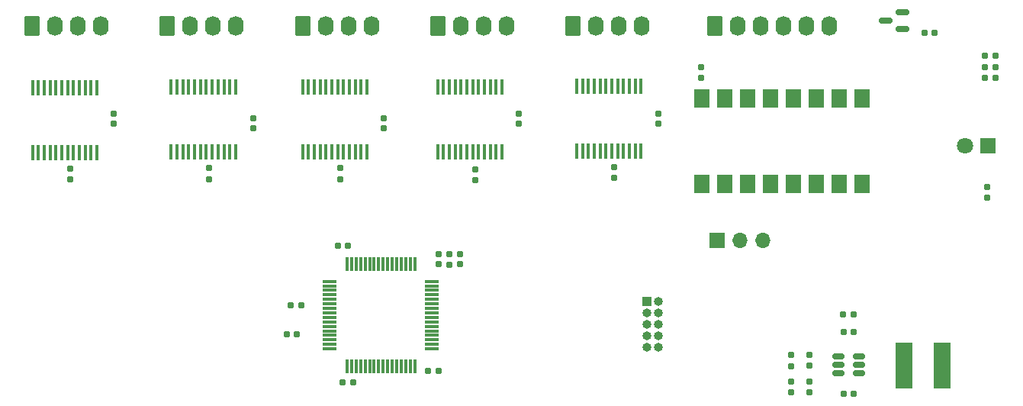
<source format=gbr>
%TF.GenerationSoftware,KiCad,Pcbnew,(5.99.0-8593-g9f18fee124)*%
%TF.CreationDate,2021-02-26T16:48:12-06:00*%
%TF.ProjectId,EE223_Design,45453232-335f-4446-9573-69676e2e6b69,rev?*%
%TF.SameCoordinates,Original*%
%TF.FileFunction,Soldermask,Top*%
%TF.FilePolarity,Negative*%
%FSLAX46Y46*%
G04 Gerber Fmt 4.6, Leading zero omitted, Abs format (unit mm)*
G04 Created by KiCad (PCBNEW (5.99.0-8593-g9f18fee124)) date 2021-02-26 16:48:12*
%MOMM*%
%LPD*%
G01*
G04 APERTURE LIST*
G04 Aperture macros list*
%AMRoundRect*
0 Rectangle with rounded corners*
0 $1 Rounding radius*
0 $2 $3 $4 $5 $6 $7 $8 $9 X,Y pos of 4 corners*
0 Add a 4 corners polygon primitive as box body*
4,1,4,$2,$3,$4,$5,$6,$7,$8,$9,$2,$3,0*
0 Add four circle primitives for the rounded corners*
1,1,$1+$1,$2,$3*
1,1,$1+$1,$4,$5*
1,1,$1+$1,$6,$7*
1,1,$1+$1,$8,$9*
0 Add four rect primitives between the rounded corners*
20,1,$1+$1,$2,$3,$4,$5,0*
20,1,$1+$1,$4,$5,$6,$7,0*
20,1,$1+$1,$6,$7,$8,$9,0*
20,1,$1+$1,$8,$9,$2,$3,0*%
G04 Aperture macros list end*
%ADD10RoundRect,0.250000X-0.620000X-0.845000X0.620000X-0.845000X0.620000X0.845000X-0.620000X0.845000X0*%
%ADD11O,1.740000X2.190000*%
%ADD12RoundRect,0.155000X0.155000X-0.212500X0.155000X0.212500X-0.155000X0.212500X-0.155000X-0.212500X0*%
%ADD13RoundRect,0.150000X0.587500X0.150000X-0.587500X0.150000X-0.587500X-0.150000X0.587500X-0.150000X0*%
%ADD14RoundRect,0.160000X0.160000X-0.197500X0.160000X0.197500X-0.160000X0.197500X-0.160000X-0.197500X0*%
%ADD15RoundRect,0.155000X-0.155000X0.212500X-0.155000X-0.212500X0.155000X-0.212500X0.155000X0.212500X0*%
%ADD16RoundRect,0.155000X-0.212500X-0.155000X0.212500X-0.155000X0.212500X0.155000X-0.212500X0.155000X0*%
%ADD17RoundRect,0.160000X-0.197500X-0.160000X0.197500X-0.160000X0.197500X0.160000X-0.197500X0.160000X0*%
%ADD18RoundRect,0.155000X0.212500X0.155000X-0.212500X0.155000X-0.212500X-0.155000X0.212500X-0.155000X0*%
%ADD19R,1.780000X2.000000*%
%ADD20R,0.450000X1.750000*%
%ADD21RoundRect,0.150000X0.512500X0.150000X-0.512500X0.150000X-0.512500X-0.150000X0.512500X-0.150000X0*%
%ADD22R,1.000000X1.000000*%
%ADD23O,1.000000X1.000000*%
%ADD24RoundRect,0.160000X0.197500X0.160000X-0.197500X0.160000X-0.197500X-0.160000X0.197500X-0.160000X0*%
%ADD25R,1.700000X1.700000*%
%ADD26O,1.700000X1.700000*%
%ADD27R,1.900000X5.100000*%
%ADD28RoundRect,0.075000X-0.700000X-0.075000X0.700000X-0.075000X0.700000X0.075000X-0.700000X0.075000X0*%
%ADD29RoundRect,0.075000X-0.075000X-0.700000X0.075000X-0.700000X0.075000X0.700000X-0.075000X0.700000X0*%
%ADD30R,1.800000X1.800000*%
%ADD31C,1.800000*%
%ADD32RoundRect,0.160000X-0.160000X0.197500X-0.160000X-0.197500X0.160000X-0.197500X0.160000X0.197500X0*%
G04 APERTURE END LIST*
D10*
%TO.C,J6*%
X70000000Y-41250000D03*
D11*
X72540000Y-41250000D03*
X75080000Y-41250000D03*
X77620000Y-41250000D03*
%TD*%
D12*
%TO.C,C8*%
X101300000Y-67700000D03*
X101300000Y-66565000D03*
%TD*%
D13*
%TO.C,Q1*%
X151600000Y-41600000D03*
X151600000Y-39700000D03*
X149725000Y-40650000D03*
%TD*%
D14*
%TO.C,R12*%
X89200000Y-58200000D03*
X89200000Y-57005000D03*
%TD*%
%TO.C,R6*%
X129250000Y-47000000D03*
X129250000Y-45805000D03*
%TD*%
D15*
%TO.C,C1*%
X141250000Y-80682500D03*
X141250000Y-81817500D03*
%TD*%
D16*
%TO.C,C10*%
X98932500Y-79500000D03*
X100067500Y-79500000D03*
%TD*%
D15*
%TO.C,C2*%
X139250000Y-80682500D03*
X139250000Y-81817500D03*
%TD*%
D17*
%TO.C,R13*%
X83702500Y-72200000D03*
X84897500Y-72200000D03*
%TD*%
D18*
%TO.C,C6*%
X146167500Y-75200000D03*
X145032500Y-75200000D03*
%TD*%
D17*
%TO.C,R5*%
X160750000Y-47000000D03*
X161945000Y-47000000D03*
%TD*%
D19*
%TO.C,U2*%
X147140000Y-49235000D03*
X144600000Y-49235000D03*
X142060000Y-49235000D03*
X139520000Y-49235000D03*
X136980000Y-49235000D03*
X134440000Y-49235000D03*
X131900000Y-49235000D03*
X129360000Y-49235000D03*
X129360000Y-58765000D03*
X131900000Y-58765000D03*
X134440000Y-58765000D03*
X136980000Y-58765000D03*
X139520000Y-58765000D03*
X142060000Y-58765000D03*
X144600000Y-58765000D03*
X147140000Y-58765000D03*
%TD*%
D14*
%TO.C,R7*%
X161000000Y-60250000D03*
X161000000Y-59055000D03*
%TD*%
%TO.C,R9*%
X59250000Y-58250000D03*
X59250000Y-57055000D03*
%TD*%
D12*
%TO.C,C7*%
X100100000Y-67667500D03*
X100100000Y-66532500D03*
%TD*%
D20*
%TO.C,U4*%
X107150000Y-48000000D03*
X106500000Y-48000000D03*
X105850000Y-48000000D03*
X105200000Y-48000000D03*
X104550000Y-48000000D03*
X103900000Y-48000000D03*
X103250000Y-48000000D03*
X102600000Y-48000000D03*
X101950000Y-48000000D03*
X101300000Y-48000000D03*
X100650000Y-48000000D03*
X100000000Y-48000000D03*
X100000000Y-55200000D03*
X100650000Y-55200000D03*
X101300000Y-55200000D03*
X101950000Y-55200000D03*
X102600000Y-55200000D03*
X103250000Y-55200000D03*
X103900000Y-55200000D03*
X104550000Y-55200000D03*
X105200000Y-55200000D03*
X105850000Y-55200000D03*
X106500000Y-55200000D03*
X107150000Y-55200000D03*
%TD*%
D12*
%TO.C,C18*%
X94000000Y-52567500D03*
X94000000Y-51432500D03*
%TD*%
D10*
%TO.C,J4*%
X55000000Y-41250000D03*
D11*
X57540000Y-41250000D03*
X60080000Y-41250000D03*
X62620000Y-41250000D03*
%TD*%
D16*
%TO.C,C13*%
X88932500Y-65600000D03*
X90067500Y-65600000D03*
%TD*%
D14*
%TO.C,R11*%
X74600000Y-58200000D03*
X74600000Y-57005000D03*
%TD*%
%TO.C,R10*%
X119600000Y-58100000D03*
X119600000Y-56905000D03*
%TD*%
D12*
%TO.C,C17*%
X79500000Y-52567500D03*
X79500000Y-51432500D03*
%TD*%
D10*
%TO.C,J5*%
X115000000Y-41250000D03*
D11*
X117540000Y-41250000D03*
X120080000Y-41250000D03*
X122620000Y-41250000D03*
%TD*%
D18*
%TO.C,C3*%
X155135000Y-42000000D03*
X154000000Y-42000000D03*
%TD*%
D20*
%TO.C,U7*%
X77575000Y-48000000D03*
X76925000Y-48000000D03*
X76275000Y-48000000D03*
X75625000Y-48000000D03*
X74975000Y-48000000D03*
X74325000Y-48000000D03*
X73675000Y-48000000D03*
X73025000Y-48000000D03*
X72375000Y-48000000D03*
X71725000Y-48000000D03*
X71075000Y-48000000D03*
X70425000Y-48000000D03*
X70425000Y-55200000D03*
X71075000Y-55200000D03*
X71725000Y-55200000D03*
X72375000Y-55200000D03*
X73025000Y-55200000D03*
X73675000Y-55200000D03*
X74325000Y-55200000D03*
X74975000Y-55200000D03*
X75625000Y-55200000D03*
X76275000Y-55200000D03*
X76925000Y-55200000D03*
X77575000Y-55200000D03*
%TD*%
D12*
%TO.C,C5*%
X141250000Y-78885000D03*
X141250000Y-77750000D03*
%TD*%
D21*
%TO.C,U1*%
X146737500Y-79750000D03*
X146737500Y-78800000D03*
X146737500Y-77850000D03*
X144462500Y-77850000D03*
X144462500Y-78800000D03*
X144462500Y-79750000D03*
%TD*%
D18*
%TO.C,C4*%
X146200000Y-82000000D03*
X145065000Y-82000000D03*
%TD*%
D20*
%TO.C,U8*%
X92150000Y-48000000D03*
X91500000Y-48000000D03*
X90850000Y-48000000D03*
X90200000Y-48000000D03*
X89550000Y-48000000D03*
X88900000Y-48000000D03*
X88250000Y-48000000D03*
X87600000Y-48000000D03*
X86950000Y-48000000D03*
X86300000Y-48000000D03*
X85650000Y-48000000D03*
X85000000Y-48000000D03*
X85000000Y-55200000D03*
X85650000Y-55200000D03*
X86300000Y-55200000D03*
X86950000Y-55200000D03*
X87600000Y-55200000D03*
X88250000Y-55200000D03*
X88900000Y-55200000D03*
X89550000Y-55200000D03*
X90200000Y-55200000D03*
X90850000Y-55200000D03*
X91500000Y-55200000D03*
X92150000Y-55200000D03*
%TD*%
D14*
%TO.C,R8*%
X104200000Y-58300000D03*
X104200000Y-57105000D03*
%TD*%
D22*
%TO.C,J1*%
X123250000Y-71750000D03*
D23*
X124520000Y-71750000D03*
X123250000Y-73020000D03*
X124520000Y-73020000D03*
X123250000Y-74290000D03*
X124520000Y-74290000D03*
X123250000Y-75560000D03*
X124520000Y-75560000D03*
X123250000Y-76830000D03*
X124520000Y-76830000D03*
%TD*%
D12*
%TO.C,C14*%
X109000000Y-52067500D03*
X109000000Y-50932500D03*
%TD*%
D10*
%TO.C,J3*%
X100000000Y-41250000D03*
D11*
X102540000Y-41250000D03*
X105080000Y-41250000D03*
X107620000Y-41250000D03*
%TD*%
D18*
%TO.C,C11*%
X90600000Y-80800000D03*
X89465000Y-80800000D03*
%TD*%
D20*
%TO.C,U5*%
X62175000Y-48100000D03*
X61525000Y-48100000D03*
X60875000Y-48100000D03*
X60225000Y-48100000D03*
X59575000Y-48100000D03*
X58925000Y-48100000D03*
X58275000Y-48100000D03*
X57625000Y-48100000D03*
X56975000Y-48100000D03*
X56325000Y-48100000D03*
X55675000Y-48100000D03*
X55025000Y-48100000D03*
X55025000Y-55300000D03*
X55675000Y-55300000D03*
X56325000Y-55300000D03*
X56975000Y-55300000D03*
X57625000Y-55300000D03*
X58275000Y-55300000D03*
X58925000Y-55300000D03*
X59575000Y-55300000D03*
X60225000Y-55300000D03*
X60875000Y-55300000D03*
X61525000Y-55300000D03*
X62175000Y-55300000D03*
%TD*%
D10*
%TO.C,J2*%
X130750000Y-41250000D03*
D11*
X133290000Y-41250000D03*
X135830000Y-41250000D03*
X138370000Y-41250000D03*
X140910000Y-41250000D03*
X143450000Y-41250000D03*
%TD*%
D20*
%TO.C,U6*%
X122575000Y-47900000D03*
X121925000Y-47900000D03*
X121275000Y-47900000D03*
X120625000Y-47900000D03*
X119975000Y-47900000D03*
X119325000Y-47900000D03*
X118675000Y-47900000D03*
X118025000Y-47900000D03*
X117375000Y-47900000D03*
X116725000Y-47900000D03*
X116075000Y-47900000D03*
X115425000Y-47900000D03*
X115425000Y-55100000D03*
X116075000Y-55100000D03*
X116725000Y-55100000D03*
X117375000Y-55100000D03*
X118025000Y-55100000D03*
X118675000Y-55100000D03*
X119325000Y-55100000D03*
X119975000Y-55100000D03*
X120625000Y-55100000D03*
X121275000Y-55100000D03*
X121925000Y-55100000D03*
X122575000Y-55100000D03*
%TD*%
D24*
%TO.C,R1*%
X146167500Y-73200000D03*
X144972500Y-73200000D03*
%TD*%
D17*
%TO.C,R4*%
X160750000Y-45750000D03*
X161945000Y-45750000D03*
%TD*%
D10*
%TO.C,J7*%
X85000000Y-41250000D03*
D11*
X87540000Y-41250000D03*
X90080000Y-41250000D03*
X92620000Y-41250000D03*
%TD*%
D25*
%TO.C,JP1*%
X131000000Y-65000000D03*
D26*
X133540000Y-65000000D03*
X136080000Y-65000000D03*
%TD*%
D17*
%TO.C,R3*%
X160750000Y-44500000D03*
X161945000Y-44500000D03*
%TD*%
D12*
%TO.C,C9*%
X102500000Y-67667500D03*
X102500000Y-66532500D03*
%TD*%
D27*
%TO.C,L1*%
X151750000Y-78900000D03*
X155950000Y-78900000D03*
%TD*%
D28*
%TO.C,U3*%
X88025000Y-69550000D03*
X88025000Y-70050000D03*
X88025000Y-70550000D03*
X88025000Y-71050000D03*
X88025000Y-71550000D03*
X88025000Y-72050000D03*
X88025000Y-72550000D03*
X88025000Y-73050000D03*
X88025000Y-73550000D03*
X88025000Y-74050000D03*
X88025000Y-74550000D03*
X88025000Y-75050000D03*
X88025000Y-75550000D03*
X88025000Y-76050000D03*
X88025000Y-76550000D03*
X88025000Y-77050000D03*
D29*
X89950000Y-78975000D03*
X90450000Y-78975000D03*
X90950000Y-78975000D03*
X91450000Y-78975000D03*
X91950000Y-78975000D03*
X92450000Y-78975000D03*
X92950000Y-78975000D03*
X93450000Y-78975000D03*
X93950000Y-78975000D03*
X94450000Y-78975000D03*
X94950000Y-78975000D03*
X95450000Y-78975000D03*
X95950000Y-78975000D03*
X96450000Y-78975000D03*
X96950000Y-78975000D03*
X97450000Y-78975000D03*
D28*
X99375000Y-77050000D03*
X99375000Y-76550000D03*
X99375000Y-76050000D03*
X99375000Y-75550000D03*
X99375000Y-75050000D03*
X99375000Y-74550000D03*
X99375000Y-74050000D03*
X99375000Y-73550000D03*
X99375000Y-73050000D03*
X99375000Y-72550000D03*
X99375000Y-72050000D03*
X99375000Y-71550000D03*
X99375000Y-71050000D03*
X99375000Y-70550000D03*
X99375000Y-70050000D03*
X99375000Y-69550000D03*
D29*
X97450000Y-67625000D03*
X96950000Y-67625000D03*
X96450000Y-67625000D03*
X95950000Y-67625000D03*
X95450000Y-67625000D03*
X94950000Y-67625000D03*
X94450000Y-67625000D03*
X93950000Y-67625000D03*
X93450000Y-67625000D03*
X92950000Y-67625000D03*
X92450000Y-67625000D03*
X91950000Y-67625000D03*
X91450000Y-67625000D03*
X90950000Y-67625000D03*
X90450000Y-67625000D03*
X89950000Y-67625000D03*
%TD*%
D18*
%TO.C,C12*%
X84400000Y-75400000D03*
X83265000Y-75400000D03*
%TD*%
D30*
%TO.C,D1*%
X161040000Y-54500000D03*
D31*
X158500000Y-54500000D03*
%TD*%
D12*
%TO.C,C15*%
X64000000Y-52067500D03*
X64000000Y-50932500D03*
%TD*%
%TO.C,C16*%
X124500000Y-52067500D03*
X124500000Y-50932500D03*
%TD*%
D32*
%TO.C,R2*%
X139250000Y-77750000D03*
X139250000Y-78945000D03*
%TD*%
M02*

</source>
